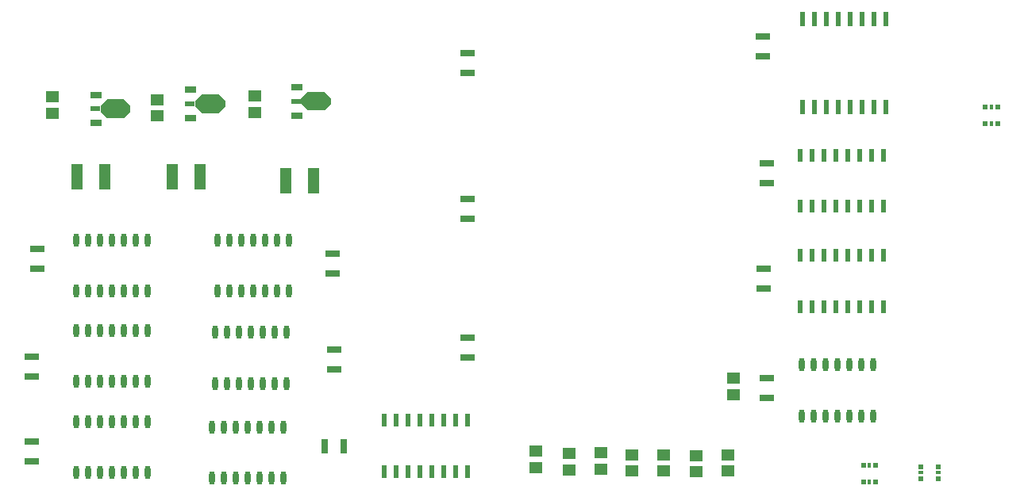
<source format=gbr>
%TF.GenerationSoftware,Altium Limited,Altium Designer,20.1.7 (139)*%
G04 Layer_Color=8421504*
%FSLAX44Y44*%
%MOMM*%
%TF.SameCoordinates,E03824B4-CBBF-40F0-B96A-956E77447FB1*%
%TF.FilePolarity,Positive*%
%TF.FileFunction,Paste,Top*%
%TF.Part,Single*%
G01*
G75*
%TA.AperFunction,SMDPad,CuDef*%
%ADD10R,1.2000X0.7000*%
%ADD11R,1.1000X0.6000*%
%ADD12R,0.6000X1.4500*%
%ADD13R,0.7500X1.6000*%
%ADD14O,0.6000X1.4500*%
%ADD15R,1.6000X0.7500*%
%ADD16R,0.5800X1.6200*%
%ADD17R,1.1500X2.7000*%
%ADD18R,1.4000X1.1500*%
%ADD19R,0.5000X0.5500*%
%ADD20R,0.4000X0.5500*%
%ADD21R,0.5500X0.5000*%
%ADD22R,0.5500X0.4000*%
G36*
X641500Y948500D02*
Y942500D01*
X634500Y935500D01*
X616500D01*
X609500Y942500D01*
Y948500D01*
X616500Y955500D01*
X634500D01*
X641500Y948500D01*
D02*
G37*
G36*
X742500Y954000D02*
Y948000D01*
X735500Y941000D01*
X717500D01*
X710500Y948000D01*
Y954000D01*
X717500Y961000D01*
X735500D01*
X742500Y954000D01*
D02*
G37*
G36*
X855500Y956750D02*
Y950750D01*
X848500Y943750D01*
X830500D01*
X823500Y950750D01*
Y956750D01*
X830500Y963750D01*
X848500D01*
X855500Y956750D01*
D02*
G37*
D10*
X818500Y968750D02*
D03*
X818760Y938510D02*
D03*
X604760Y930260D02*
D03*
X604500Y960500D02*
D03*
X705760Y935760D02*
D03*
X705500Y966000D02*
D03*
D11*
X818000Y953750D02*
D03*
X604000Y945500D02*
D03*
X705000Y951000D02*
D03*
D12*
X1444950Y895750D02*
D03*
X1432250D02*
D03*
X1419550D02*
D03*
X1406850D02*
D03*
X1394150D02*
D03*
X1381450D02*
D03*
X1368750D02*
D03*
X1356050D02*
D03*
X1444950Y841250D02*
D03*
X1432250D02*
D03*
X1419550D02*
D03*
X1406850D02*
D03*
X1394150D02*
D03*
X1381450D02*
D03*
X1368750D02*
D03*
X1356050D02*
D03*
X1444950Y788750D02*
D03*
X1432250D02*
D03*
X1419550D02*
D03*
X1406850D02*
D03*
X1394150D02*
D03*
X1381450D02*
D03*
X1368750D02*
D03*
X1356050D02*
D03*
X1444950Y734250D02*
D03*
X1432250D02*
D03*
X1419550D02*
D03*
X1406850D02*
D03*
X1394150D02*
D03*
X1381450D02*
D03*
X1368750D02*
D03*
X1356050D02*
D03*
X912300Y558250D02*
D03*
X925000D02*
D03*
X937700D02*
D03*
X950400D02*
D03*
X963100D02*
D03*
X975800D02*
D03*
X988500D02*
D03*
X1001200D02*
D03*
X912300Y612750D02*
D03*
X925000D02*
D03*
X937700D02*
D03*
X950400D02*
D03*
X963100D02*
D03*
X975800D02*
D03*
X988500D02*
D03*
X1001200D02*
D03*
D13*
X869250Y584750D02*
D03*
X848250D02*
D03*
D14*
X1357750Y617500D02*
D03*
X1370450D02*
D03*
X1383150D02*
D03*
X1395850D02*
D03*
X1408550D02*
D03*
X1421250D02*
D03*
X1433950D02*
D03*
X1357750Y672000D02*
D03*
X1370450D02*
D03*
X1383150D02*
D03*
X1395850D02*
D03*
X1408550D02*
D03*
X1421250D02*
D03*
X1433950D02*
D03*
X731400Y652250D02*
D03*
X744100D02*
D03*
X756800D02*
D03*
X769500D02*
D03*
X782200D02*
D03*
X794900D02*
D03*
X807600D02*
D03*
X731400Y706750D02*
D03*
X744100D02*
D03*
X756800D02*
D03*
X769500D02*
D03*
X782200D02*
D03*
X794900D02*
D03*
X807600D02*
D03*
X728650Y550750D02*
D03*
X741350D02*
D03*
X754050D02*
D03*
X766750D02*
D03*
X779450D02*
D03*
X792150D02*
D03*
X804850D02*
D03*
X728650Y605250D02*
D03*
X741350D02*
D03*
X754050D02*
D03*
X766750D02*
D03*
X779450D02*
D03*
X792150D02*
D03*
X804850D02*
D03*
X659350Y805500D02*
D03*
X646650D02*
D03*
X633950D02*
D03*
X621250D02*
D03*
X608550D02*
D03*
X595850D02*
D03*
X583150D02*
D03*
X659350Y751000D02*
D03*
X646650D02*
D03*
X633950D02*
D03*
X621250D02*
D03*
X608550D02*
D03*
X595850D02*
D03*
X583150D02*
D03*
X660100Y611500D02*
D03*
X647400D02*
D03*
X634700D02*
D03*
X622000D02*
D03*
X609300D02*
D03*
X596600D02*
D03*
X583900D02*
D03*
X660100Y557000D02*
D03*
X647400D02*
D03*
X634700D02*
D03*
X622000D02*
D03*
X609300D02*
D03*
X596600D02*
D03*
X583900D02*
D03*
X659650Y709000D02*
D03*
X646950D02*
D03*
X634250D02*
D03*
X621550D02*
D03*
X608850D02*
D03*
X596150D02*
D03*
X583450D02*
D03*
X659650Y654500D02*
D03*
X646950D02*
D03*
X634250D02*
D03*
X621550D02*
D03*
X608850D02*
D03*
X596150D02*
D03*
X583450D02*
D03*
X810350Y805500D02*
D03*
X797650D02*
D03*
X784950D02*
D03*
X772250D02*
D03*
X759550D02*
D03*
X746850D02*
D03*
X734150D02*
D03*
X810350Y751000D02*
D03*
X797650D02*
D03*
X784950D02*
D03*
X772250D02*
D03*
X759550D02*
D03*
X746850D02*
D03*
X734150D02*
D03*
D15*
X1001000Y984000D02*
D03*
Y1005000D02*
D03*
X536250Y590250D02*
D03*
Y569250D02*
D03*
X1317000Y774750D02*
D03*
Y753750D02*
D03*
X858750Y688000D02*
D03*
Y667000D02*
D03*
X1319750Y658000D02*
D03*
Y637000D02*
D03*
X857250Y790500D02*
D03*
Y769500D02*
D03*
X1001000Y701000D02*
D03*
Y680000D02*
D03*
X1315500Y1001500D02*
D03*
Y1022500D02*
D03*
X1001000Y849250D02*
D03*
Y828250D02*
D03*
X541750Y796000D02*
D03*
Y775000D02*
D03*
X1319750Y887250D02*
D03*
Y866250D02*
D03*
X536250Y680750D02*
D03*
Y659750D02*
D03*
D16*
X1358050Y947600D02*
D03*
X1370750D02*
D03*
X1383450D02*
D03*
X1396150D02*
D03*
X1408850D02*
D03*
X1421550D02*
D03*
X1434250D02*
D03*
X1446950D02*
D03*
X1358050Y1041400D02*
D03*
X1370750D02*
D03*
X1383450D02*
D03*
X1396150D02*
D03*
X1408850D02*
D03*
X1421550D02*
D03*
X1434250D02*
D03*
X1446950D02*
D03*
D17*
X715750Y872750D02*
D03*
X686250D02*
D03*
X614250D02*
D03*
X584750D02*
D03*
X836500Y868750D02*
D03*
X807000D02*
D03*
D18*
X773750Y959250D02*
D03*
Y941750D02*
D03*
X558250Y958000D02*
D03*
Y940500D02*
D03*
X669500Y955250D02*
D03*
Y937750D02*
D03*
X1143000Y560750D02*
D03*
Y578250D02*
D03*
X1109000Y560000D02*
D03*
Y577500D02*
D03*
X1176000Y558500D02*
D03*
Y576000D02*
D03*
X1279000Y558500D02*
D03*
Y576000D02*
D03*
X1284250Y640000D02*
D03*
Y657500D02*
D03*
X1074000Y562250D02*
D03*
Y579750D02*
D03*
X1210000Y558500D02*
D03*
Y576000D02*
D03*
X1244750Y557750D02*
D03*
Y575250D02*
D03*
D19*
X1423000Y547000D02*
D03*
X1436000D02*
D03*
Y565000D02*
D03*
X1423000D02*
D03*
X1553250Y929500D02*
D03*
X1566250D02*
D03*
Y947500D02*
D03*
X1553250D02*
D03*
D20*
X1429500Y547000D02*
D03*
Y565000D02*
D03*
X1559750Y929500D02*
D03*
Y947500D02*
D03*
D21*
X1502750Y550250D02*
D03*
Y563250D02*
D03*
X1484750D02*
D03*
Y550250D02*
D03*
D22*
X1502750Y556750D02*
D03*
X1484750D02*
D03*
%TF.MD5,e5f0317b9d438d36b9c64bd20b2b4dc4*%
M02*

</source>
